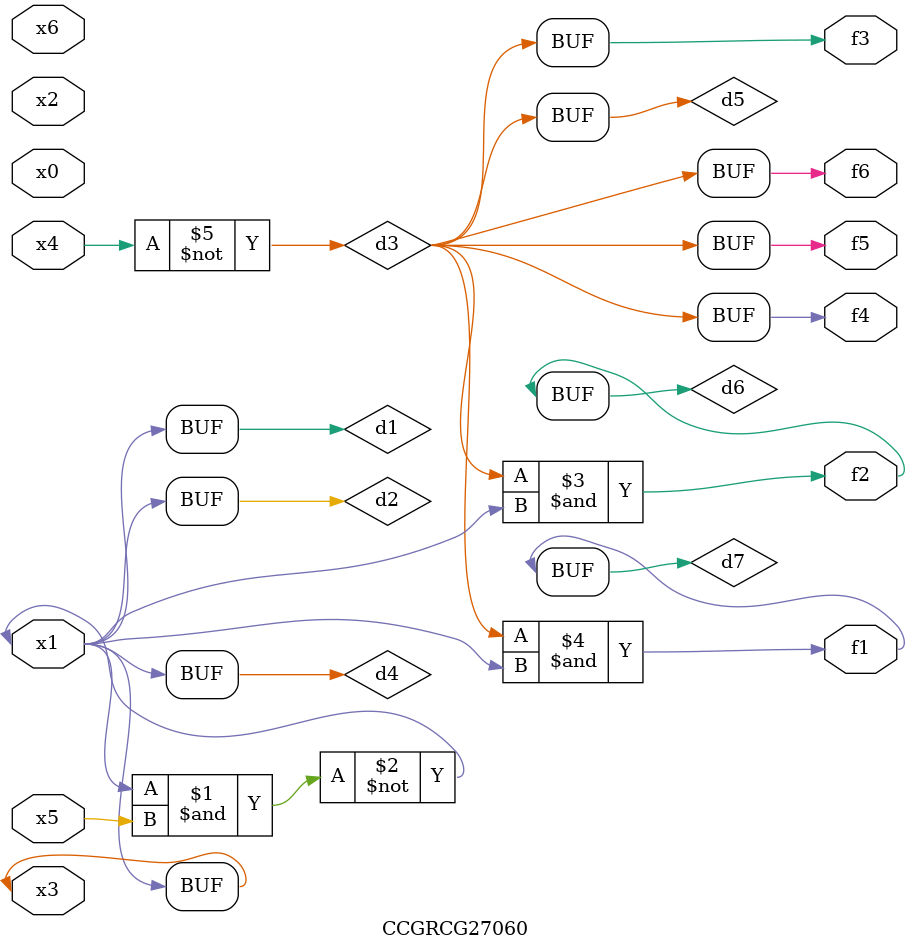
<source format=v>
module CCGRCG27060(
	input x0, x1, x2, x3, x4, x5, x6,
	output f1, f2, f3, f4, f5, f6
);

	wire d1, d2, d3, d4, d5, d6, d7;

	buf (d1, x1, x3);
	nand (d2, x1, x5);
	not (d3, x4);
	buf (d4, d1, d2);
	buf (d5, d3);
	and (d6, d3, d4);
	and (d7, d3, d4);
	assign f1 = d7;
	assign f2 = d6;
	assign f3 = d5;
	assign f4 = d5;
	assign f5 = d5;
	assign f6 = d5;
endmodule

</source>
